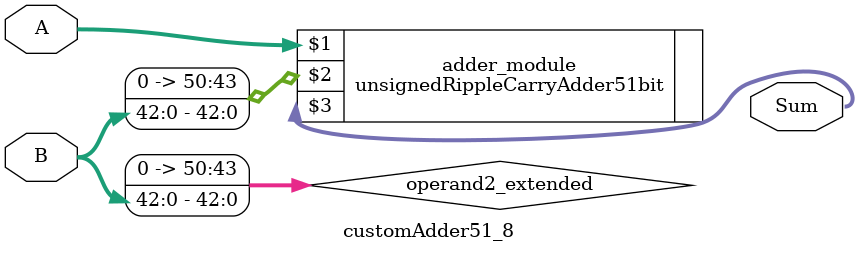
<source format=v>
module customAdder51_8(
                        input [50 : 0] A,
                        input [42 : 0] B,
                        
                        output [51 : 0] Sum
                );

        wire [50 : 0] operand2_extended;
        
        assign operand2_extended =  {8'b0, B};
        
        unsignedRippleCarryAdder51bit adder_module(
            A,
            operand2_extended,
            Sum
        );
        
        endmodule
        
</source>
